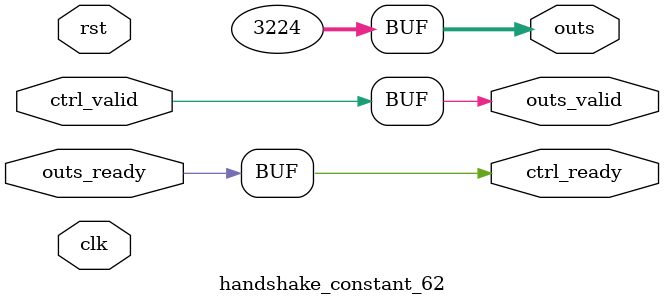
<source format=v>
`timescale 1ns / 1ps
module handshake_constant_62 #(
  parameter DATA_WIDTH = 32  // Default set to 32 bits
) (
  input                       clk,
  input                       rst,
  // Input Channel
  input                       ctrl_valid,
  output                      ctrl_ready,
  // Output Channel
  output [DATA_WIDTH - 1 : 0] outs,
  output                      outs_valid,
  input                       outs_ready
);
  assign outs       = 12'b110010011000;
  assign outs_valid = ctrl_valid;
  assign ctrl_ready = outs_ready;

endmodule

</source>
